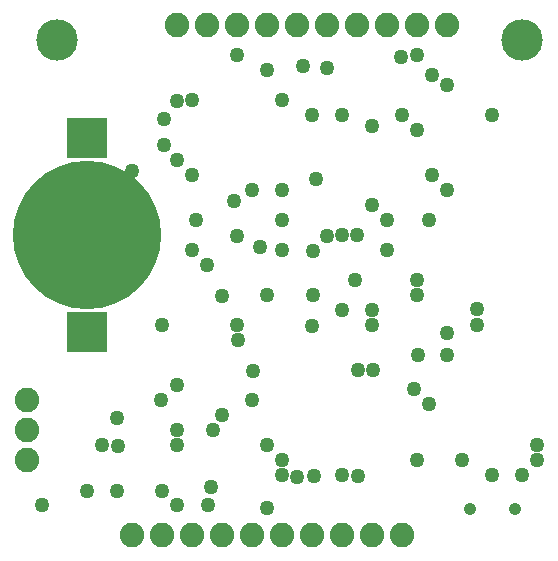
<source format=gbs>
G75*
%MOIN*%
%OFA0B0*%
%FSLAX25Y25*%
%IPPOS*%
%LPD*%
%AMOC8*
5,1,8,0,0,1.08239X$1,22.5*
%
%ADD10C,0.25800*%
%ADD11R,0.13398X0.13398*%
%ADD12C,0.49465*%
%ADD13C,0.08200*%
%ADD14C,0.04146*%
%ADD15C,0.13800*%
%ADD16C,0.04965*%
D10*
X0037913Y0121346D03*
D11*
X0037913Y0088963D03*
X0037913Y0153730D03*
D12*
X0037913Y0121346D03*
D13*
X0017913Y0066346D03*
X0017913Y0056346D03*
X0017913Y0046346D03*
X0052913Y0021346D03*
X0062913Y0021346D03*
X0072913Y0021346D03*
X0082913Y0021346D03*
X0092913Y0021346D03*
X0102913Y0021346D03*
X0112913Y0021346D03*
X0122913Y0021346D03*
X0132913Y0021346D03*
X0142913Y0021346D03*
X0137913Y0191346D03*
X0127913Y0191346D03*
X0117913Y0191346D03*
X0107913Y0191346D03*
X0097913Y0191346D03*
X0087913Y0191346D03*
X0077913Y0191346D03*
X0067913Y0191346D03*
X0147913Y0191346D03*
X0157913Y0191346D03*
D14*
X0165433Y0030008D03*
X0180394Y0030008D03*
D15*
X0182913Y0186346D03*
X0027913Y0186346D03*
D16*
X0022913Y0031346D03*
X0037809Y0036242D03*
X0047913Y0036148D03*
X0062913Y0036231D03*
X0067913Y0031346D03*
X0078131Y0031346D03*
X0079231Y0037603D03*
X0067913Y0051346D03*
X0067913Y0056346D03*
X0062354Y0066346D03*
X0067913Y0071346D03*
X0082913Y0061346D03*
X0079694Y0056333D03*
X0092913Y0066346D03*
X0093017Y0076242D03*
X0088087Y0086381D03*
X0087913Y0091346D03*
X0082809Y0101242D03*
X0077913Y0111346D03*
X0072913Y0116346D03*
X0074231Y0126346D03*
X0086758Y0132710D03*
X0092913Y0136346D03*
X0102913Y0136346D03*
X0102913Y0126346D03*
X0095413Y0117450D03*
X0102913Y0116346D03*
X0113017Y0116242D03*
X0117913Y0120957D03*
X0122913Y0121346D03*
X0127913Y0121346D03*
X0137913Y0116346D03*
X0137913Y0126346D03*
X0132913Y0131346D03*
X0151596Y0126346D03*
X0157913Y0136346D03*
X0152913Y0141346D03*
X0147913Y0156346D03*
X0142913Y0161346D03*
X0132913Y0157928D03*
X0122913Y0161603D03*
X0112913Y0161346D03*
X0102913Y0166346D03*
X0097913Y0176346D03*
X0087913Y0181346D03*
X0072913Y0166346D03*
X0067809Y0166242D03*
X0063307Y0160087D03*
X0063307Y0151346D03*
X0067913Y0146346D03*
X0072913Y0141346D03*
X0052913Y0142910D03*
X0037913Y0121346D03*
X0037913Y0101346D03*
X0062913Y0091346D03*
X0087809Y0121242D03*
X0097913Y0101346D03*
X0113017Y0101451D03*
X0112809Y0091242D03*
X0122913Y0096346D03*
X0127231Y0106346D03*
X0132913Y0096346D03*
X0132913Y0091346D03*
X0147913Y0101346D03*
X0147913Y0106346D03*
X0157913Y0088726D03*
X0157913Y0081346D03*
X0148032Y0081346D03*
X0146821Y0070254D03*
X0151821Y0065254D03*
X0147913Y0046346D03*
X0162913Y0046346D03*
X0172913Y0041346D03*
X0182913Y0041346D03*
X0187913Y0046346D03*
X0187913Y0051346D03*
X0167913Y0091346D03*
X0167913Y0096698D03*
X0132983Y0076346D03*
X0128017Y0076451D03*
X0102809Y0046451D03*
X0097913Y0051346D03*
X0102913Y0041346D03*
X0107913Y0040804D03*
X0113289Y0040971D03*
X0122913Y0041346D03*
X0128121Y0041138D03*
X0097913Y0030314D03*
X0048017Y0051242D03*
X0042913Y0051346D03*
X0047913Y0060303D03*
X0114060Y0140199D03*
X0117913Y0177140D03*
X0109787Y0177664D03*
X0142520Y0180953D03*
X0147809Y0181451D03*
X0152913Y0174947D03*
X0157913Y0171346D03*
X0172913Y0161346D03*
M02*

</source>
